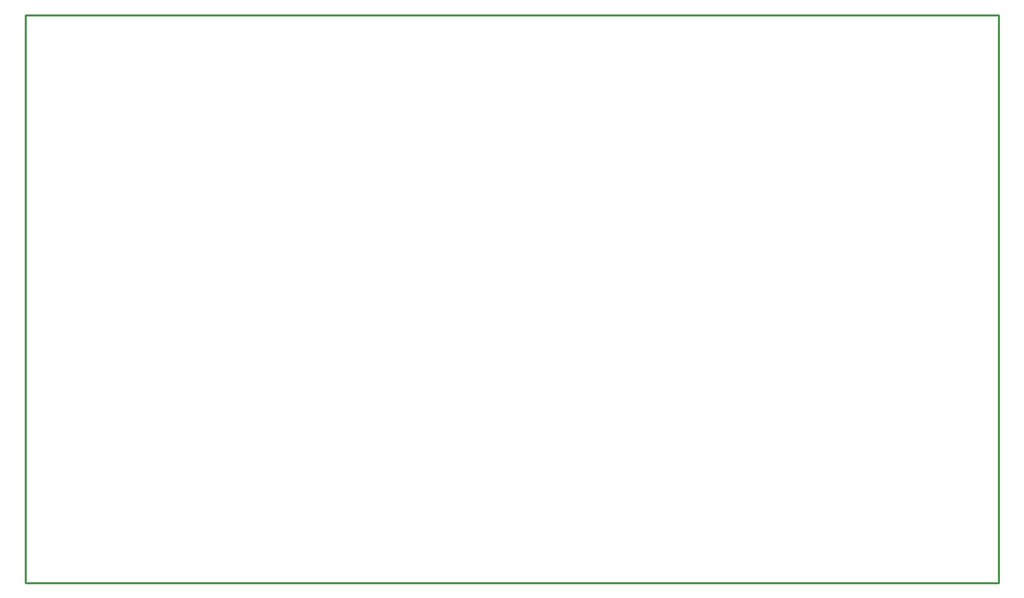
<source format=gm1>
G04*
G04 #@! TF.GenerationSoftware,Altium Limited,Altium Designer,23.2.1 (34)*
G04*
G04 Layer_Color=16711935*
%FSLAX25Y25*%
%MOIN*%
G70*
G04*
G04 #@! TF.SameCoordinates,7D5924AB-2F56-4A22-BAC2-9F5A3F461BF2*
G04*
G04*
G04 #@! TF.FilePolarity,Positive*
G04*
G01*
G75*
%ADD14C,0.01000*%
D14*
X626441Y721410D02*
Y997000D01*
X154000Y721410D02*
X626441D01*
X154000D02*
Y997000D01*
X626441D01*
M02*

</source>
